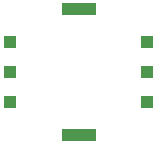
<source format=gtp>
G04 #@! TF.GenerationSoftware,KiCad,Pcbnew,(5.1.6-87-g1447494bc)*
G04 #@! TF.CreationDate,2020-12-18T18:28:38-06:00*
G04 #@! TF.ProjectId,mff2-to-4ffnano,6d666632-2d74-46f2-9d34-66666e616e6f,v1.0*
G04 #@! TF.SameCoordinates,Original*
G04 #@! TF.FileFunction,Paste,Top*
G04 #@! TF.FilePolarity,Positive*
%FSLAX46Y46*%
G04 Gerber Fmt 4.6, Leading zero omitted, Abs format (unit mm)*
G04 Created by KiCad (PCBNEW (5.1.6-87-g1447494bc)) date 2020-12-18 18:28:38*
%MOMM*%
%LPD*%
G01*
G04 APERTURE LIST*
%ADD10R,1.100000X1.000000*%
%ADD11R,3.000000X1.000000*%
G04 APERTURE END LIST*
D10*
X152880000Y-130930000D03*
X152880000Y-133470000D03*
X152880000Y-128390000D03*
X164480000Y-130930000D03*
X164480000Y-133470000D03*
X164480000Y-128390000D03*
D11*
X158680000Y-136230000D03*
X158680000Y-125630000D03*
M02*

</source>
